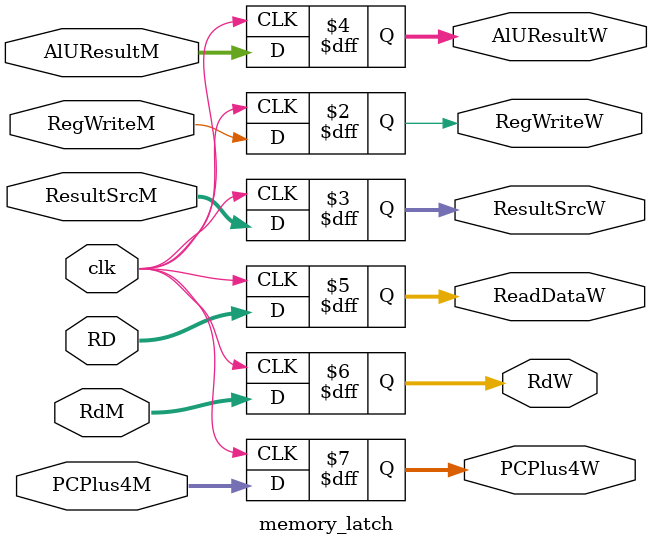
<source format=sv>
module memory_latch #(
    parameter ADDRESS_WIDTH = 5,
              DATA_WIDTH = 32,
              A0_ADDRESS=5'b01010,
              A1_ADDRESS=5'b01011,
              T1_ADDRESS=5'b00110,
              T2_ADDRESS=5'b00111

)(
  
     
    input logic     RegWriteM, 
    input logic [1:0] ResultSrcM,
    input logic [DATA_WIDTH-1:0] AlUResultM,
    input logic [DATA_WIDTH-1:0] RD,
    input logic [4:0] RdM,
    input logic [DATA_WIDTH-1:0] PCPlus4M,
    
    output logic     RegWriteW, 
    output logic [1:0] ResultSrcW,
    output logic [DATA_WIDTH-1:0] AlUResultW,
    output logic [DATA_WIDTH-1:0] ReadDataW,
    output logic [4:0] RdW,
    output logic [DATA_WIDTH-1:0] PCPlus4W,

    input logic                      clk

); 
always_ff @ (posedge clk)
    begin
        

        RegWriteW<=RegWriteM;
        ResultSrcW<=ResultSrcM;
        AlUResultW<=AlUResultM;
        ReadDataW<=RD;
        RdW<=RdM;
        PCPlus4W<=PCPlus4M;

    end

endmodule

</source>
